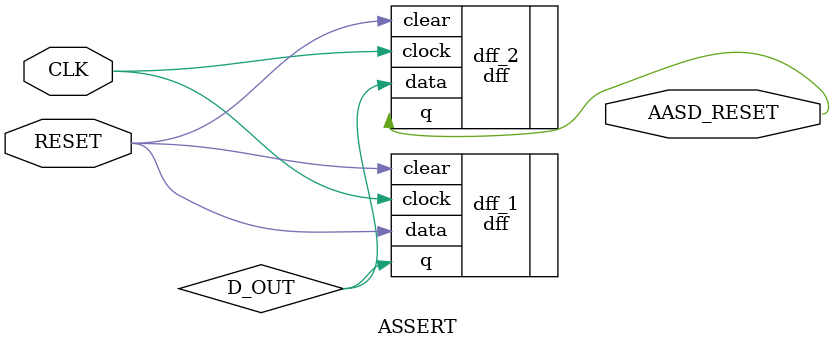
<source format=v>
`timescale 1 ns / 1 ns
`define PRIMARY_OUT 2  //ns (primary outputs)
`define FAN_OUT_1 0.4 //ns (one output fanout)
`define FAN_OUT_2 0.7 //ns (two output fanout)
`define FAN_OUT_3 1.0 //ns (two output fanout)
`define TIME_DELAY_1 2 //ns (one input gates)
`define TIME_DELAY_2 3 //ns (two input gates)
`define TIME_DELAY_3 4 //ns (three input gates)

module ASSERT(RESET, CLK, AASD_RESET);

output AASD_RESET;
input RESET, CLK;
wire D_OUT;


dff dff_1(.data(RESET), .clock(CLK), .clear(RESET), .q(D_OUT));
dff dff_2(.data(D_OUT), .clock(CLK), .clear(RESET), .q(AASD_RESET));

endmodule

</source>
